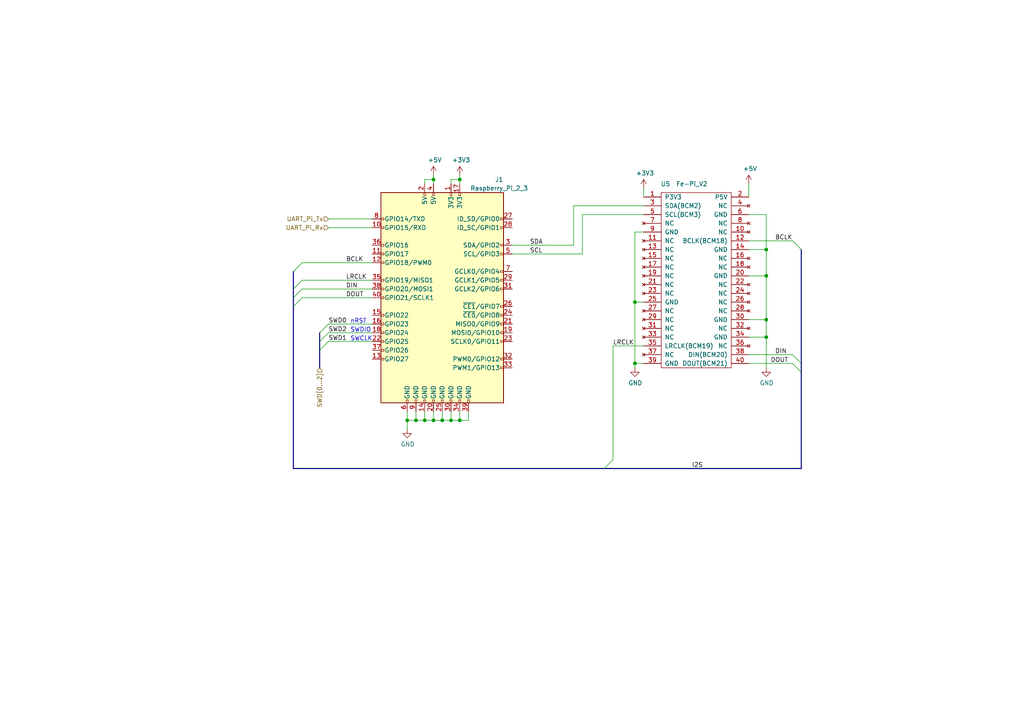
<source format=kicad_sch>
(kicad_sch (version 20211123) (generator eeschema)
  (paper "A4")
  (lib_symbols
    (symbol "Connector:Raspberry_Pi_2_3" (pin_names (offset 1.016))
      (property "Reference" "J" (at -17.78 31.75 0))
      (property "Value" "Raspberry_Pi_2_3" (at 10.16 -31.75 0))
      (symbol "Raspberry_Pi_2_3_0_1"
        (rectangle (start -17.78 30.48) (end 17.78 -30.48) (stroke (width 0.254)) (fill (type background)))
      )
      (symbol "Raspberry_Pi_2_3_1_1"
        (rectangle (start -16.891 -17.526) (end -17.78 -18.034))
        (rectangle (start -16.891 -14.986) (end -17.78 -15.494))
        (rectangle (start -16.891 -12.446) (end -17.78 -12.954))
        (rectangle (start -16.891 -9.906) (end -17.78 -10.414))
        (rectangle (start -16.891 -7.366) (end -17.78 -7.874))
        (rectangle (start -16.891 -4.826) (end -17.78 -5.334))
        (rectangle (start -16.891 0.254) (end -17.78 -0.254))
        (rectangle (start -16.891 2.794) (end -17.78 2.286))
        (rectangle (start -16.891 5.334) (end -17.78 4.826))
        (rectangle (start -16.891 10.414) (end -17.78 9.906))
        (rectangle (start -16.891 12.954) (end -17.78 12.446))
        (rectangle (start -16.891 15.494) (end -17.78 14.986))
        (rectangle (start -16.891 20.574) (end -17.78 20.066))
        (rectangle (start -16.891 23.114) (end -17.78 22.606))
        (rectangle (start -10.414 -29.591) (end -9.906 -30.48))
        (rectangle (start -7.874 -29.591) (end -7.366 -30.48))
        (rectangle (start -5.334 -29.591) (end -4.826 -30.48))
        (rectangle (start -5.334 30.48) (end -4.826 29.591))
        (rectangle (start -2.794 -29.591) (end -2.286 -30.48))
        (rectangle (start -2.794 30.48) (end -2.286 29.591))
        (rectangle (start -0.254 -29.591) (end 0.254 -30.48))
        (rectangle (start 2.286 -29.591) (end 2.794 -30.48))
        (rectangle (start 2.286 30.48) (end 2.794 29.591))
        (rectangle (start 4.826 -29.591) (end 5.334 -30.48))
        (rectangle (start 4.826 30.48) (end 5.334 29.591))
        (rectangle (start 7.366 -29.591) (end 7.874 -30.48))
        (rectangle (start 17.78 -20.066) (end 16.891 -20.574))
        (rectangle (start 17.78 -17.526) (end 16.891 -18.034))
        (rectangle (start 17.78 -12.446) (end 16.891 -12.954))
        (rectangle (start 17.78 -9.906) (end 16.891 -10.414))
        (rectangle (start 17.78 -7.366) (end 16.891 -7.874))
        (rectangle (start 17.78 -4.826) (end 16.891 -5.334))
        (rectangle (start 17.78 -2.286) (end 16.891 -2.794))
        (rectangle (start 17.78 2.794) (end 16.891 2.286))
        (rectangle (start 17.78 5.334) (end 16.891 4.826))
        (rectangle (start 17.78 7.874) (end 16.891 7.366))
        (rectangle (start 17.78 12.954) (end 16.891 12.446))
        (rectangle (start 17.78 15.494) (end 16.891 14.986))
        (rectangle (start 17.78 20.574) (end 16.891 20.066))
        (rectangle (start 17.78 23.114) (end 16.891 22.606))
        (pin power_in line (at 2.54 33.02 270) (length 2.54) (name "3V3") (number "1"))
        (pin bidirectional line (at -20.32 20.32 0) (length 2.54) (name "GPIO15/RXD") (number "10"))
        (pin bidirectional line (at -20.32 12.7 0) (length 2.54) (name "GPIO17") (number "11"))
        (pin bidirectional line (at -20.32 10.16 0) (length 2.54) (name "GPIO18/PWM0") (number "12"))
        (pin bidirectional line (at -20.32 -17.78 0) (length 2.54) (name "GPIO27") (number "13"))
        (pin power_in line (at -5.08 -33.02 90) (length 2.54) (name "GND") (number "14"))
        (pin bidirectional line (at -20.32 -5.08 0) (length 2.54) (name "GPIO22") (number "15"))
        (pin bidirectional line (at -20.32 -7.62 0) (length 2.54) (name "GPIO23") (number "16"))
        (pin power_in line (at 5.08 33.02 270) (length 2.54) (name "3V3") (number "17"))
        (pin bidirectional line (at -20.32 -10.16 0) (length 2.54) (name "GPIO24") (number "18"))
        (pin bidirectional line (at 20.32 -10.16 180) (length 2.54) (name "MOSI0/GPIO10") (number "19"))
        (pin power_in line (at -5.08 33.02 270) (length 2.54) (name "5V") (number "2"))
        (pin power_in line (at -2.54 -33.02 90) (length 2.54) (name "GND") (number "20"))
        (pin bidirectional line (at 20.32 -7.62 180) (length 2.54) (name "MISO0/GPIO9") (number "21"))
        (pin bidirectional line (at -20.32 -12.7 0) (length 2.54) (name "GPIO25") (number "22"))
        (pin bidirectional line (at 20.32 -12.7 180) (length 2.54) (name "SCLK0/GPIO11") (number "23"))
        (pin bidirectional line (at 20.32 -5.08 180) (length 2.54) (name "~{CE0}/GPIO8") (number "24"))
        (pin power_in line (at 0 -33.02 90) (length 2.54) (name "GND") (number "25"))
        (pin bidirectional line (at 20.32 -2.54 180) (length 2.54) (name "~{CE1}/GPIO7") (number "26"))
        (pin bidirectional line (at 20.32 22.86 180) (length 2.54) (name "ID_SD/GPIO0") (number "27"))
        (pin bidirectional line (at 20.32 20.32 180) (length 2.54) (name "ID_SC/GPIO1") (number "28"))
        (pin bidirectional line (at 20.32 5.08 180) (length 2.54) (name "GCLK1/GPIO5") (number "29"))
        (pin bidirectional line (at 20.32 15.24 180) (length 2.54) (name "SDA/GPIO2") (number "3"))
        (pin power_in line (at 2.54 -33.02 90) (length 2.54) (name "GND") (number "30"))
        (pin bidirectional line (at 20.32 2.54 180) (length 2.54) (name "GCLK2/GPIO6") (number "31"))
        (pin bidirectional line (at 20.32 -17.78 180) (length 2.54) (name "PWM0/GPIO12") (number "32"))
        (pin bidirectional line (at 20.32 -20.32 180) (length 2.54) (name "PWM1/GPIO13") (number "33"))
        (pin power_in line (at 5.08 -33.02 90) (length 2.54) (name "GND") (number "34"))
        (pin bidirectional line (at -20.32 5.08 0) (length 2.54) (name "GPIO19/MISO1") (number "35"))
        (pin bidirectional line (at -20.32 15.24 0) (length 2.54) (name "GPIO16") (number "36"))
        (pin bidirectional line (at -20.32 -15.24 0) (length 2.54) (name "GPIO26") (number "37"))
        (pin bidirectional line (at -20.32 2.54 0) (length 2.54) (name "GPIO20/MOSI1") (number "38"))
        (pin power_in line (at 7.62 -33.02 90) (length 2.54) (name "GND") (number "39"))
        (pin power_in line (at -2.54 33.02 270) (length 2.54) (name "5V") (number "4"))
        (pin bidirectional line (at -20.32 0 0) (length 2.54) (name "GPIO21/SCLK1") (number "40"))
        (pin bidirectional line (at 20.32 12.7 180) (length 2.54) (name "SCL/GPIO3") (number "5"))
        (pin power_in line (at -10.16 -33.02 90) (length 2.54) (name "GND") (number "6"))
        (pin bidirectional line (at 20.32 7.62 180) (length 2.54) (name "GCLK0/GPIO4") (number "7"))
        (pin bidirectional line (at -20.32 22.86 0) (length 2.54) (name "GPIO14/TXD") (number "8"))
        (pin power_in line (at -7.62 -33.02 90) (length 2.54) (name "GND") (number "9"))
      )
    )
    (symbol "power:+3.3V" (power) (pin_names (offset 0))
      (property "Value" "+3.3V" (at 0 3.556 0))
      (symbol "+3.3V_0_1"
        (polyline (pts (xy -0.762 1.27) (xy 0 2.54)))
        (polyline (pts (xy 0 0) (xy 0 2.54)))
        (polyline (pts (xy 0 2.54) (xy 0.762 1.27)))
      )
      (symbol "+3.3V_1_1"
        (pin power_in line (at 0 0 90) (length 0) hide (name "+3V3") (number "1"))
      )
    )
    (symbol "power:+5V" (power) (pin_names (offset 0))
      (property "Value" "+5V" (at 0 3.556 0))
      (symbol "+5V_0_1"
        (polyline (pts (xy -0.762 1.27) (xy 0 2.54)))
        (polyline (pts (xy 0 0) (xy 0 2.54)))
        (polyline (pts (xy 0 2.54) (xy 0.762 1.27)))
      )
      (symbol "+5V_1_1"
        (pin power_in line (at 0 0 90) (length 0) hide (name "+5V") (number "1"))
      )
    )
    (symbol "power:GND" (power) (pin_names (offset 0))
      (property "Value" "GND" (at 0 -3.81 0))
      (symbol "GND_0_1"
        (polyline (pts (xy 0 0) (xy 0 -1.27) (xy 1.27 -1.27) (xy 0 -2.54) (xy -1.27 -1.27) (xy 0 -1.27)))
      )
      (symbol "GND_1_1"
        (pin power_in line (at 0 0 270) (length 0) hide (name "GND") (number "1"))
      )
    )
    (symbol "raspberrypi_hat:Fe-Pi_V2" (pin_names (offset 1.016))
      (property "Reference" "U" (at -7.62 -29.21 0))
      (property "Value" "raspberrypi_hat_Fe-Pi_V2" (at 11.43 -29.21 0))
      (symbol "Fe-Pi_V2_1_1"
        (rectangle (start -8.89 24.13) (end 11.43 -26.67))
        (pin power_in line (at -13.97 22.86 0) (length 5.08) (name "P3V3") (number "1"))
        (pin no_connect line (at 16.51 12.7 180) (length 5.08) (name "NC") (number "10"))
        (pin no_connect line (at -13.97 10.16 0) (length 5.08) (name "NC") (number "11"))
        (pin input line (at 16.51 10.16 180) (length 5.08) (name "BCLK(BCM18)") (number "12"))
        (pin no_connect line (at -13.97 7.62 0) (length 5.08) (name "NC") (number "13"))
        (pin power_in line (at 16.51 7.62 180) (length 5.08) (name "GND") (number "14"))
        (pin no_connect line (at -13.97 5.08 0) (length 5.08) (name "NC") (number "15"))
        (pin no_connect line (at 16.51 5.08 180) (length 5.08) (name "NC") (number "16"))
        (pin no_connect line (at -13.97 2.54 0) (length 5.08) (name "NC") (number "17"))
        (pin no_connect line (at 16.51 2.54 180) (length 5.08) (name "NC") (number "18"))
        (pin no_connect line (at -13.97 0 0) (length 5.08) (name "NC") (number "19"))
        (pin power_in line (at 16.51 22.86 180) (length 5.08) (name "P5V") (number "2"))
        (pin power_in line (at 16.51 0 180) (length 5.08) (name "GND") (number "20"))
        (pin no_connect line (at -13.97 -2.54 0) (length 5.08) (name "NC") (number "21"))
        (pin no_connect line (at 16.51 -2.54 180) (length 5.08) (name "NC") (number "22"))
        (pin no_connect line (at -13.97 -5.08 0) (length 5.08) (name "NC") (number "23"))
        (pin no_connect line (at 16.51 -5.08 180) (length 5.08) (name "NC") (number "24"))
        (pin power_in line (at -13.97 -7.62 0) (length 5.08) (name "GND") (number "25"))
        (pin no_connect line (at 16.51 -7.62 180) (length 5.08) (name "NC") (number "26"))
        (pin no_connect line (at -13.97 -10.16 0) (length 5.08) (name "NC") (number "27"))
        (pin no_connect line (at 16.51 -10.16 180) (length 5.08) (name "NC") (number "28"))
        (pin no_connect line (at -13.97 -12.7 0) (length 5.08) (name "NC") (number "29"))
        (pin open_collector line (at -13.97 20.32 0) (length 5.08) (name "SDA(BCM2)") (number "3"))
        (pin power_in line (at 16.51 -12.7 180) (length 5.08) (name "GND") (number "30"))
        (pin no_connect line (at -13.97 -15.24 0) (length 5.08) (name "NC") (number "31"))
        (pin no_connect line (at 16.51 -15.24 180) (length 5.08) (name "NC") (number "32"))
        (pin no_connect line (at -13.97 -17.78 0) (length 5.08) (name "NC") (number "33"))
        (pin power_in line (at 16.51 -17.78 180) (length 5.08) (name "GND") (number "34"))
        (pin input line (at -13.97 -20.32 0) (length 5.08) (name "LRCLK(BCM19)") (number "35"))
        (pin no_connect line (at 16.51 -20.32 180) (length 5.08) (name "NC") (number "36"))
        (pin no_connect line (at -13.97 -22.86 0) (length 5.08) (name "NC") (number "37"))
        (pin input line (at 16.51 -22.86 180) (length 5.08) (name "DIN(BCM20)") (number "38"))
        (pin power_in line (at -13.97 -25.4 0) (length 5.08) (name "GND") (number "39"))
        (pin no_connect line (at 16.51 20.32 180) (length 5.08) (name "NC") (number "4"))
        (pin output line (at 16.51 -25.4 180) (length 5.08) (name "DOUT(BCM21)") (number "40"))
        (pin open_collector line (at -13.97 17.78 0) (length 5.08) (name "SCL(BCM3)") (number "5"))
        (pin power_in line (at 16.51 17.78 180) (length 5.08) (name "GND") (number "6"))
        (pin no_connect line (at -13.97 15.24 0) (length 5.08) (name "NC") (number "7"))
        (pin no_connect line (at 16.51 15.24 180) (length 5.08) (name "NC") (number "8"))
        (pin power_in line (at -13.97 12.7 0) (length 5.08) (name "GND") (number "9"))
      )
    )
  )
  (junction (at 222.25 92.71))
  (junction (at 120.65 121.92))
  (junction (at 130.81 121.92))
  (junction (at 128.27 121.92))
  (junction (at 184.15 105.41))
  (junction (at 222.25 80.01))
  (junction (at 125.73 52.07))
  (junction (at 184.15 87.63))
  (junction (at 123.19 121.92))
  (junction (at 133.35 121.92))
  (junction (at 222.25 97.79))
  (junction (at 125.73 121.92))
  (junction (at 118.11 121.92))
  (junction (at 133.35 52.07))
  (junction (at 222.25 72.39))
  (bus_entry (at 85.09 88.9) (size 2.54 -2.54))
  (bus_entry (at 229.87 102.87) (size 2.54 2.54))
  (bus_entry (at 175.26 135.89) (size 2.54 -2.54))
  (bus_entry (at 85.09 83.82) (size 2.54 -2.54))
  (bus_entry (at 92.71 96.52) (size 2.54 -2.54))
  (bus_entry (at 229.87 69.85) (size 2.54 2.54))
  (bus_entry (at 85.09 86.36) (size 2.54 -2.54))
  (bus_entry (at 92.71 99.06) (size 2.54 -2.54))
  (bus_entry (at 229.87 105.41) (size 2.54 2.54))
  (bus_entry (at 85.09 78.74) (size 2.54 -2.54))
  (bus_entry (at 92.71 101.6) (size 2.54 -2.54))
  (wire (pts (xy 217.17 102.87) (xy 229.87 102.87)))
  (wire (pts (xy 95.25 99.06) (xy 107.95 99.06)))
  (wire (pts (xy 123.19 121.92) (xy 120.65 121.92)))
  (bus (pts (xy 85.09 88.9) (xy 85.09 135.89)))
  (wire (pts (xy 166.37 59.69) (xy 186.69 59.69)))
  (wire (pts (xy 107.95 63.5) (xy 95.25 63.5)))
  (wire (pts (xy 95.25 96.52) (xy 107.95 96.52)))
  (wire (pts (xy 118.11 121.92) (xy 118.11 124.46)))
  (wire (pts (xy 186.69 105.41) (xy 184.15 105.41)))
  (wire (pts (xy 177.8 100.33) (xy 186.69 100.33)))
  (wire (pts (xy 87.63 86.36) (xy 107.95 86.36)))
  (wire (pts (xy 107.95 66.04) (xy 95.25 66.04)))
  (bus (pts (xy 92.71 101.6) (xy 92.71 106.68)))
  (wire (pts (xy 123.19 53.34) (xy 123.19 52.07)))
  (wire (pts (xy 118.11 119.38) (xy 118.11 121.92)))
  (wire (pts (xy 217.17 92.71) (xy 222.25 92.71)))
  (bus (pts (xy 92.71 99.06) (xy 92.71 101.6)))
  (wire (pts (xy 87.63 83.82) (xy 107.95 83.82)))
  (wire (pts (xy 222.25 92.71) (xy 222.25 97.79)))
  (wire (pts (xy 133.35 52.07) (xy 133.35 53.34)))
  (wire (pts (xy 135.89 119.38) (xy 135.89 121.92)))
  (wire (pts (xy 125.73 119.38) (xy 125.73 121.92)))
  (wire (pts (xy 186.69 87.63) (xy 184.15 87.63)))
  (wire (pts (xy 217.17 62.23) (xy 222.25 62.23)))
  (wire (pts (xy 217.17 80.01) (xy 222.25 80.01)))
  (wire (pts (xy 222.25 62.23) (xy 222.25 72.39)))
  (bus (pts (xy 232.41 72.39) (xy 232.41 105.41)))
  (wire (pts (xy 148.59 71.12) (xy 166.37 71.12)))
  (wire (pts (xy 95.25 93.98) (xy 107.95 93.98)))
  (wire (pts (xy 130.81 119.38) (xy 130.81 121.92)))
  (wire (pts (xy 125.73 121.92) (xy 123.19 121.92)))
  (wire (pts (xy 130.81 53.34) (xy 130.81 52.07)))
  (wire (pts (xy 222.25 80.01) (xy 222.25 92.71)))
  (wire (pts (xy 135.89 121.92) (xy 133.35 121.92)))
  (wire (pts (xy 177.8 100.33) (xy 177.8 133.35)))
  (wire (pts (xy 217.17 53.34) (xy 217.17 57.15)))
  (bus (pts (xy 85.09 83.82) (xy 85.09 86.36)))
  (bus (pts (xy 175.26 135.89) (xy 232.41 135.89)))
  (wire (pts (xy 168.91 62.23) (xy 186.69 62.23)))
  (wire (pts (xy 222.25 72.39) (xy 222.25 80.01)))
  (wire (pts (xy 128.27 121.92) (xy 125.73 121.92)))
  (wire (pts (xy 148.59 73.66) (xy 168.91 73.66)))
  (wire (pts (xy 120.65 121.92) (xy 118.11 121.92)))
  (wire (pts (xy 217.17 105.41) (xy 229.87 105.41)))
  (wire (pts (xy 186.69 67.31) (xy 184.15 67.31)))
  (wire (pts (xy 128.27 119.38) (xy 128.27 121.92)))
  (wire (pts (xy 186.69 54.61) (xy 186.69 57.15)))
  (wire (pts (xy 130.81 52.07) (xy 133.35 52.07)))
  (wire (pts (xy 222.25 97.79) (xy 222.25 106.68)))
  (bus (pts (xy 85.09 86.36) (xy 85.09 88.9)))
  (wire (pts (xy 120.65 119.38) (xy 120.65 121.92)))
  (wire (pts (xy 133.35 119.38) (xy 133.35 121.92)))
  (bus (pts (xy 232.41 107.95) (xy 232.41 135.89)))
  (wire (pts (xy 125.73 52.07) (xy 125.73 53.34)))
  (wire (pts (xy 217.17 69.85) (xy 229.87 69.85)))
  (bus (pts (xy 232.41 105.41) (xy 232.41 107.95)))
  (wire (pts (xy 123.19 119.38) (xy 123.19 121.92)))
  (wire (pts (xy 184.15 105.41) (xy 184.15 106.68)))
  (wire (pts (xy 217.17 72.39) (xy 222.25 72.39)))
  (wire (pts (xy 130.81 121.92) (xy 128.27 121.92)))
  (wire (pts (xy 166.37 71.12) (xy 166.37 59.69)))
  (wire (pts (xy 87.63 76.2) (xy 107.95 76.2)))
  (wire (pts (xy 133.35 50.8) (xy 133.35 52.07)))
  (wire (pts (xy 123.19 52.07) (xy 125.73 52.07)))
  (wire (pts (xy 184.15 67.31) (xy 184.15 87.63)))
  (wire (pts (xy 133.35 121.92) (xy 130.81 121.92)))
  (wire (pts (xy 125.73 50.8) (xy 125.73 52.07)))
  (bus (pts (xy 92.71 96.52) (xy 92.71 99.06)))
  (wire (pts (xy 87.63 81.28) (xy 107.95 81.28)))
  (wire (pts (xy 184.15 87.63) (xy 184.15 105.41)))
  (bus (pts (xy 85.09 78.74) (xy 85.09 83.82)))
  (wire (pts (xy 168.91 73.66) (xy 168.91 62.23)))
  (wire (pts (xy 217.17 97.79) (xy 222.25 97.79)))
  (bus (pts (xy 85.09 135.89) (xy 175.26 135.89)))
  (text "SWCLK" (at 101.6 99.06 0) (effects (font (size 1.27 1.27)) (justify left bottom)))
  (text "SWDIO" (at 101.6 96.52 0) (effects (font (size 1.27 1.27)) (justify left bottom)))
  (text "nRST" (at 101.6 93.98 0) (effects (font (size 1.27 1.27)) (justify left bottom)))
  (label "SWD0" (at 95.25 93.98 0))
  (label "BCLK" (at 100.33 76.2 0))
  (label "DOUT" (at 223.52 105.41 0))
  (label "SDA" (at 153.67 71.12 0))
  (label "DIN" (at 100.33 83.82 0))
  (label "SWD2" (at 95.25 96.52 0))
  (label "I2S" (at 200.66 135.89 0))
  (label "LRCLK" (at 177.8 100.33 0))
  (label "DOUT" (at 100.33 86.36 0))
  (label "SWD1" (at 95.25 99.06 0))
  (label "LRCLK" (at 100.33 81.28 0))
  (label "DIN" (at 224.79 102.87 0))
  (label "SCL" (at 153.67 73.66 0))
  (label "BCLK" (at 224.79 69.85 0))
  (hierarchical_label "UART_Pi_Tx" (shape input) (at 95.25 63.5 180))
  (hierarchical_label "SWD[0...2]" (shape input) (at 92.71 106.68 270))
  (hierarchical_label "UART_Pi_Rx" (shape input) (at 95.25 66.04 180))
  (symbol (lib_id "Connector:Raspberry_Pi_2_3") (at 128.27 86.36 0) (unit 1)
    (property "Reference" "J1" (at 144.78 52.07 0))
    (property "Value" "Raspberry_Pi_2_3" (at 144.78 54.61 0))
    (property "Footprint" "digikey-footprints:RPi_A+" (effects hide))
    (property "Datasheet" "https://www.raspberrypi.org/documentation/hardware/raspberrypi/schematics/rpi_SCH_3bplus_1p0_reduced.pdf" (effects hide))
  )
  (symbol (lib_id "power:GND") (at 118.11 124.46 0) (unit 1)
    (property "Reference" "#PWR05" (effects hide))
    (property "Value" "GND" (at 118.237 128.8542 0))
  )
  (symbol (lib_id "power:+3.3V") (at 133.35 50.8 0) (unit 1)
    (property "Reference" "#PWR07" (effects hide))
    (property "Value" "+3.3V" (at 133.731 46.4058 0))
  )
  (symbol (lib_id "power:+5V") (at 125.73 50.8 0) (unit 1)
    (property "Reference" "#PWR06" (effects hide))
    (property "Value" "+5V" (at 126.111 46.4058 0))
  )
  (symbol (lib_id "raspberrypi_hat:Fe-Pi_V2") (at 200.66 80.01 0) (unit 1)
    (property "Reference" "U5" (at 193.04 53.34 0))
    (property "Value" "Fe-Pi_V2" (at 200.66 53.34 0))
    (property "Footprint" "digikey-footprints:Fe_Pi_V2" (effects hide))
  )
  (symbol (lib_id "power:+3.3V") (at 186.69 54.61 0) (unit 1)
    (property "Reference" "#PWR09" (effects hide))
    (property "Value" "+3.3V" (at 187.071 50.2158 0))
  )
  (symbol (lib_id "power:+5V") (at 217.17 53.34 0) (unit 1)
    (property "Reference" "#PWR010" (effects hide))
    (property "Value" "+5V" (at 217.551 48.9458 0))
  )
  (symbol (lib_id "power:GND") (at 184.15 106.68 0) (unit 1)
    (property "Reference" "#PWR08" (effects hide))
    (property "Value" "GND" (at 184.277 111.0742 0))
  )
  (symbol (lib_id "power:GND") (at 222.25 106.68 0) (unit 1)
    (property "Reference" "#PWR011" (effects hide))
    (property "Value" "GND" (at 222.377 111.0742 0))
  )
)
</source>
